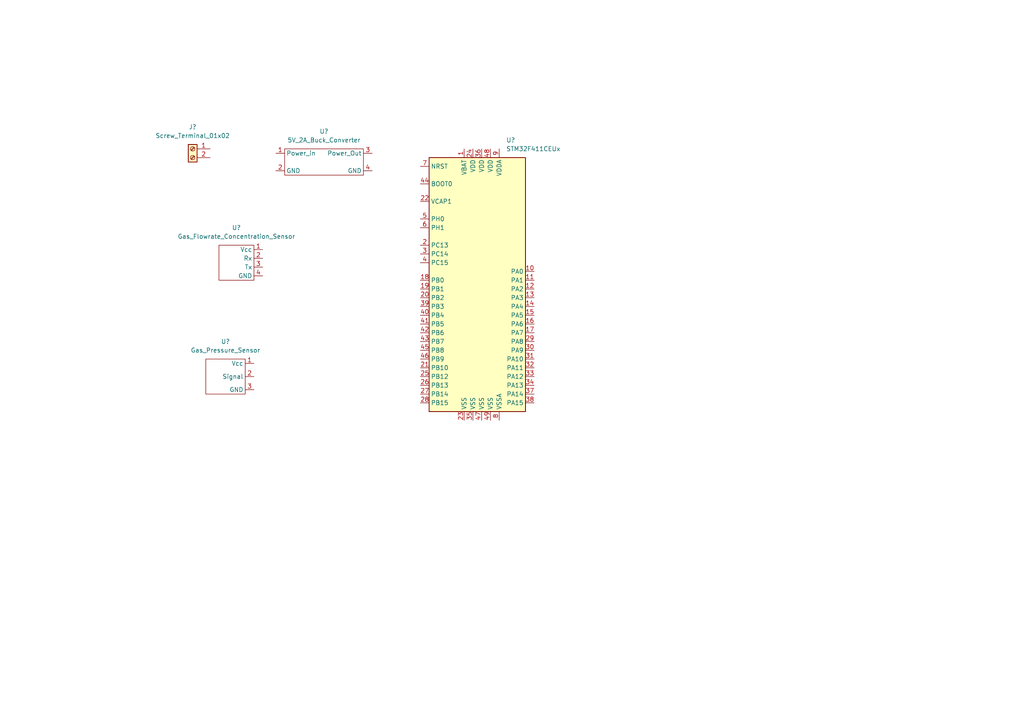
<source format=kicad_sch>
(kicad_sch (version 20211123) (generator eeschema)
  (paper "A4")
  (lib_symbols
    (symbol "Connector:Screw_Terminal_01x02" (pin_names (offset 1.016) hide)
      (property "Reference" "J" (at 0 2.54 0))
      (property "Value" "Screw_Terminal_01x02" (at 0 -5.08 0))
      (symbol "Screw_Terminal_01x02_1_1"
        (rectangle (start -1.27 1.27) (end 1.27 -3.81) (stroke (width 0.254)) (fill (type background)))
        (circle (center 0 -2.54) (radius 0.635) (stroke (width 0.1524)))
        (polyline (pts (xy -0.5334 -2.2098) (xy 0.3302 -3.048)) (stroke (width 0.1524)))
        (polyline (pts (xy -0.5334 0.3302) (xy 0.3302 -0.508)) (stroke (width 0.1524)))
        (polyline (pts (xy -0.3556 -2.032) (xy 0.508 -2.8702)) (stroke (width 0.1524)))
        (polyline (pts (xy -0.3556 0.508) (xy 0.508 -0.3302)) (stroke (width 0.1524)))
        (circle (center 0 0) (radius 0.635) (stroke (width 0.1524)))
        (pin passive line (at -5.08 0 0) (length 3.81) (name "Pin_1") (number "1"))
        (pin passive line (at -5.08 -2.54 0) (length 3.81) (name "Pin_2") (number "2"))
      )
    )
    (symbol "MCU_ST_STM32F4:STM32F411CEUx"
      (property "Reference" "U" (at -15.24 36.83 0))
      (property "Value" "STM32F411CEUx" (at 7.62 36.83 0))
      (symbol "STM32F411CEUx_0_1"
        (rectangle (start -15.24 -38.1) (end 12.7 35.56) (stroke (width 0.254)) (fill (type background)))
      )
      (symbol "STM32F411CEUx_1_1"
        (pin power_in line (at -5.08 38.1 270) (length 2.54) (name "VBAT") (number "1"))
        (pin bidirectional line (at 15.24 2.54 180) (length 2.54) (name "PA0") (number "10"))
        (pin bidirectional line (at 15.24 0 180) (length 2.54) (name "PA1") (number "11"))
        (pin bidirectional line (at 15.24 -2.54 180) (length 2.54) (name "PA2") (number "12"))
        (pin bidirectional line (at 15.24 -5.08 180) (length 2.54) (name "PA3") (number "13"))
        (pin bidirectional line (at 15.24 -7.62 180) (length 2.54) (name "PA4") (number "14"))
        (pin bidirectional line (at 15.24 -10.16 180) (length 2.54) (name "PA5") (number "15"))
        (pin bidirectional line (at 15.24 -12.7 180) (length 2.54) (name "PA6") (number "16"))
        (pin bidirectional line (at 15.24 -15.24 180) (length 2.54) (name "PA7") (number "17"))
        (pin bidirectional line (at -17.78 0 0) (length 2.54) (name "PB0") (number "18"))
        (pin bidirectional line (at -17.78 -2.54 0) (length 2.54) (name "PB1") (number "19"))
        (pin bidirectional line (at -17.78 10.16 0) (length 2.54) (name "PC13") (number "2"))
        (pin bidirectional line (at -17.78 -5.08 0) (length 2.54) (name "PB2") (number "20"))
        (pin bidirectional line (at -17.78 -25.4 0) (length 2.54) (name "PB10") (number "21"))
        (pin power_in line (at -17.78 22.86 0) (length 2.54) (name "VCAP1") (number "22"))
        (pin power_in line (at -5.08 -40.64 90) (length 2.54) (name "VSS") (number "23"))
        (pin power_in line (at -2.54 38.1 270) (length 2.54) (name "VDD") (number "24"))
        (pin bidirectional line (at -17.78 -27.94 0) (length 2.54) (name "PB12") (number "25"))
        (pin bidirectional line (at -17.78 -30.48 0) (length 2.54) (name "PB13") (number "26"))
        (pin bidirectional line (at -17.78 -33.02 0) (length 2.54) (name "PB14") (number "27"))
        (pin bidirectional line (at -17.78 -35.56 0) (length 2.54) (name "PB15") (number "28"))
        (pin bidirectional line (at 15.24 -17.78 180) (length 2.54) (name "PA8") (number "29"))
        (pin bidirectional line (at -17.78 7.62 0) (length 2.54) (name "PC14") (number "3"))
        (pin bidirectional line (at 15.24 -20.32 180) (length 2.54) (name "PA9") (number "30"))
        (pin bidirectional line (at 15.24 -22.86 180) (length 2.54) (name "PA10") (number "31"))
        (pin bidirectional line (at 15.24 -25.4 180) (length 2.54) (name "PA11") (number "32"))
        (pin bidirectional line (at 15.24 -27.94 180) (length 2.54) (name "PA12") (number "33"))
        (pin bidirectional line (at 15.24 -30.48 180) (length 2.54) (name "PA13") (number "34"))
        (pin power_in line (at -2.54 -40.64 90) (length 2.54) (name "VSS") (number "35"))
        (pin power_in line (at 0 38.1 270) (length 2.54) (name "VDD") (number "36"))
        (pin bidirectional line (at 15.24 -33.02 180) (length 2.54) (name "PA14") (number "37"))
        (pin bidirectional line (at 15.24 -35.56 180) (length 2.54) (name "PA15") (number "38"))
        (pin bidirectional line (at -17.78 -7.62 0) (length 2.54) (name "PB3") (number "39"))
        (pin bidirectional line (at -17.78 5.08 0) (length 2.54) (name "PC15") (number "4"))
        (pin bidirectional line (at -17.78 -10.16 0) (length 2.54) (name "PB4") (number "40"))
        (pin bidirectional line (at -17.78 -12.7 0) (length 2.54) (name "PB5") (number "41"))
        (pin bidirectional line (at -17.78 -15.24 0) (length 2.54) (name "PB6") (number "42"))
        (pin bidirectional line (at -17.78 -17.78 0) (length 2.54) (name "PB7") (number "43"))
        (pin input line (at -17.78 27.94 0) (length 2.54) (name "BOOT0") (number "44"))
        (pin bidirectional line (at -17.78 -20.32 0) (length 2.54) (name "PB8") (number "45"))
        (pin bidirectional line (at -17.78 -22.86 0) (length 2.54) (name "PB9") (number "46"))
        (pin power_in line (at 0 -40.64 90) (length 2.54) (name "VSS") (number "47"))
        (pin power_in line (at 2.54 38.1 270) (length 2.54) (name "VDD") (number "48"))
        (pin power_in line (at 2.54 -40.64 90) (length 2.54) (name "VSS") (number "49"))
        (pin input line (at -17.78 17.78 0) (length 2.54) (name "PH0") (number "5"))
        (pin input line (at -17.78 15.24 0) (length 2.54) (name "PH1") (number "6"))
        (pin input line (at -17.78 33.02 0) (length 2.54) (name "NRST") (number "7"))
        (pin power_in line (at 5.08 -40.64 90) (length 2.54) (name "VSSA") (number "8"))
        (pin power_in line (at 5.08 38.1 270) (length 2.54) (name "VDDA") (number "9"))
      )
    )
    (symbol "interface_devices:5V_2A_Buck_Converter"
      (property "Reference" "U" (at -8.89 5.08 0))
      (property "Value" "5V_2A_Buck_Converter" (at 3.81 5.08 0))
      (symbol "5V_2A_Buck_Converter_0_1"
        (rectangle (start -11.43 3.81) (end 11.43 -3.81))
      )
      (symbol "5V_2A_Buck_Converter_1_1"
        (pin power_in line (at -13.97 2.54 0) (length 2.54) (name "Power_in") (number "1"))
        (pin power_in line (at -13.97 -2.54 0) (length 2.54) (name "GND") (number "2"))
        (pin power_out line (at 13.97 2.54 180) (length 2.54) (name "Power_Out") (number "3"))
        (pin power_out line (at 13.97 -2.54 180) (length 2.54) (name "GND") (number "4"))
      )
    )
    (symbol "interface_devices:Gas_Flowrate_Concentration_Sensor"
      (property "Reference" "U" (at 0 1.27 0))
      (property "Value" "Gas_Flowrate_Concentration_Sensor" (at 0 -1.27 0))
      (symbol "Gas_Flowrate_Concentration_Sensor_0_1"
        (rectangle (start -5.08 -2.54) (end 5.08 -12.7))
      )
      (symbol "Gas_Flowrate_Concentration_Sensor_1_1"
        (pin power_in line (at -7.62 -3.81 0) (length 2.54) (name "Vcc") (number "1"))
        (pin bidirectional line (at -7.62 -6.35 0) (length 2.54) (name "Rx") (number "2"))
        (pin bidirectional line (at -7.62 -8.89 0) (length 2.54) (name "Tx") (number "3"))
        (pin power_in line (at -7.62 -11.43 0) (length 2.54) (name "GND") (number "4"))
      )
    )
    (symbol "interface_devices:Gas_Pressure_Sensor"
      (property "Reference" "U" (at 0 1.27 0))
      (property "Value" "Gas_Pressure_Sensor" (at 1.27 -1.27 0))
      (symbol "Gas_Pressure_Sensor_0_1"
        (rectangle (start -5.08 -2.54) (end 6.35 -12.7))
      )
      (symbol "Gas_Pressure_Sensor_1_1"
        (pin power_in line (at -7.62 -3.81 0) (length 2.54) (name "Vcc") (number "1"))
        (pin power_in line (at -7.62 -7.62 0) (length 2.54) (name "Signal") (number "2"))
        (pin power_in line (at -7.62 -11.43 0) (length 2.54) (name "GND") (number "3"))
      )
    )
  )
  (symbol (lib_id "interface_devices:Gas_Pressure_Sensor") (at 66.04 101.6 0) (mirror y) (unit 1)
    (property "Reference" "U?" (at 65.405 99.06 0))
    (property "Value" "Gas_Pressure_Sensor" (at 65.405 101.6 0))
  )
  (symbol (lib_id "interface_devices:Gas_Flowrate_Concentration_Sensor") (at 68.58 68.58 0) (mirror y) (unit 1)
    (property "Reference" "U?" (at 68.58 66.04 0))
    (property "Value" "Gas_Flowrate_Concentration_Sensor" (at 68.58 68.58 0))
  )
  (symbol (lib_id "Connector:Screw_Terminal_01x02") (at 55.88 43.18 0) (mirror y) (unit 1)
    (property "Reference" "J?" (at 55.88 36.83 0))
    (property "Value" "Screw_Terminal_01x02" (at 55.88 39.37 0))
  )
  (symbol (lib_id "MCU_ST_STM32F4:STM32F411CEUx") (at 139.7 81.28 0) (unit 1)
    (property "Reference" "U?" (at 146.7994 40.64 0) (effects (justify left)))
    (property "Value" "STM32F411CEUx" (at 146.7994 43.18 0) (effects (justify left)))
    (property "Footprint" "Package_DFN_QFN:QFN-48-1EP_7x7mm_P0.5mm_EP5.6x5.6mm" (effects hide))
    (property "Datasheet" "http://www.st.com/st-web-ui/static/active/en/resource/technical/document/datasheet/DM00115249.pdf" (effects hide))
  )
  (symbol (lib_id "interface_devices:5V_2A_Buck_Converter") (at 93.98 46.99 0) (unit 1)
    (property "Reference" "U?" (at 93.98 38.1 0))
    (property "Value" "5V_2A_Buck_Converter" (at 93.98 40.64 0))
  )
)
</source>
